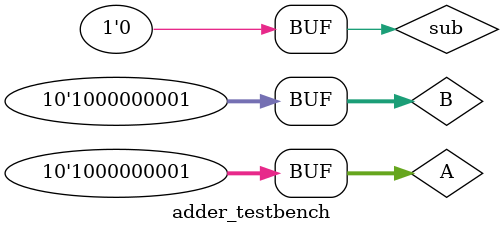
<source format=sv>
module adder (OF, CF, S, sub, A, B);
	output logic OF, CF;
	output logic [9:0] S;
	input logic sub;
	input logic [9:0] A, B;
	logic [9:0] D;	
	logic C2;		// Second-to-last carry-out
	
	always_comb begin
		D = B ^ {10{sub}};	
		{C2, S[8:0]} = A[8:0] + D[8:0] + sub; // adding sub represents the plus one needed when bits are flipped
									
		{CF, S[9]} = A[9] + D[9] + C2; 
		OF = CF ^ C2;
	end
endmodule

module adder_testbench();

	logic sub;
	logic [9:0] A, B;
	logic [9:0] S;
	logic OF, CF;
		
	adder dut (.OF, .CF, .S, .sub, .A, .B);
	
	initial begin
		#100;		sub = 0;		A = 10'b0000000001;		B = 10'b0000000000; 
		#100;		sub = 0;		A = 10'b0111111110;		B = 10'b0000000001; 
		#100;		sub = 0;		A = 10'b0000000000;		B = 10'b0000000000; 
		#100;		sub = 0;		A = 10'b0111111111;		B = 10'b0000000001; 
		#100;		sub = 0;		A = 10'b0100000000;		B = 10'b0100000000; 
		#100;		sub = 0;		A = 10'b1000000001;		B = 10'b1000000001; 
	end
endmodule


</source>
